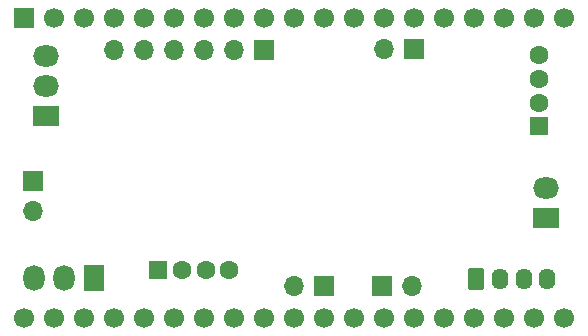
<source format=gbr>
%TF.GenerationSoftware,KiCad,Pcbnew,7.0.11-2.fc39*%
%TF.CreationDate,2024-04-04T23:01:03+02:00*%
%TF.ProjectId,WifiCAN,57696669-4341-44e2-9e6b-696361645f70,rev?*%
%TF.SameCoordinates,Original*%
%TF.FileFunction,Soldermask,Bot*%
%TF.FilePolarity,Negative*%
%FSLAX46Y46*%
G04 Gerber Fmt 4.6, Leading zero omitted, Abs format (unit mm)*
G04 Created by KiCad (PCBNEW 7.0.11-2.fc39) date 2024-04-04 23:01:03*
%MOMM*%
%LPD*%
G01*
G04 APERTURE LIST*
G04 Aperture macros list*
%AMRoundRect*
0 Rectangle with rounded corners*
0 $1 Rounding radius*
0 $2 $3 $4 $5 $6 $7 $8 $9 X,Y pos of 4 corners*
0 Add a 4 corners polygon primitive as box body*
4,1,4,$2,$3,$4,$5,$6,$7,$8,$9,$2,$3,0*
0 Add four circle primitives for the rounded corners*
1,1,$1+$1,$2,$3*
1,1,$1+$1,$4,$5*
1,1,$1+$1,$6,$7*
1,1,$1+$1,$8,$9*
0 Add four rect primitives between the rounded corners*
20,1,$1+$1,$2,$3,$4,$5,0*
20,1,$1+$1,$4,$5,$6,$7,0*
20,1,$1+$1,$6,$7,$8,$9,0*
20,1,$1+$1,$8,$9,$2,$3,0*%
G04 Aperture macros list end*
%ADD10R,1.700000X1.700000*%
%ADD11O,1.700000X1.700000*%
%ADD12R,2.200000X1.800000*%
%ADD13O,2.200000X1.800000*%
%ADD14R,1.600000X1.600000*%
%ADD15C,1.600000*%
%ADD16R,1.800000X2.200000*%
%ADD17O,1.800000X2.200000*%
%ADD18O,1.404000X1.804000*%
%ADD19RoundRect,0.102000X-0.600000X-0.800000X0.600000X-0.800000X0.600000X0.800000X-0.600000X0.800000X0*%
%ADD20C,1.700000*%
G04 APERTURE END LIST*
D10*
%TO.C,J8*%
X109657700Y-107363600D03*
D11*
X109657700Y-109903600D03*
%TD*%
D10*
%TO.C,J7*%
X139217700Y-116263600D03*
D11*
X141757700Y-116263600D03*
%TD*%
D10*
%TO.C,J11*%
X141857700Y-96163600D03*
D11*
X139317700Y-96163600D03*
%TD*%
%TO.C,J1*%
X116497700Y-96263600D03*
X119037700Y-96263600D03*
X121577700Y-96263600D03*
X124117700Y-96263600D03*
X126657700Y-96263600D03*
D10*
X129197700Y-96263600D03*
%TD*%
D12*
%TO.C,J10*%
X110757700Y-101843600D03*
D13*
X110757700Y-99303600D03*
X110757700Y-96763600D03*
%TD*%
D14*
%TO.C,J3*%
X120257700Y-114863600D03*
D15*
X122257700Y-114863600D03*
X124257700Y-114863600D03*
X126257700Y-114863600D03*
%TD*%
D11*
%TO.C,J9*%
X131717700Y-116263600D03*
D10*
X134257700Y-116263600D03*
%TD*%
D13*
%TO.C,J5*%
X153076635Y-107966100D03*
D12*
X153076635Y-110506100D03*
%TD*%
D16*
%TO.C,J6*%
X114757700Y-115563600D03*
D17*
X112217700Y-115563600D03*
X109677700Y-115563600D03*
%TD*%
D18*
%TO.C,J4*%
X153176635Y-115628808D03*
X151176635Y-115628808D03*
X149176635Y-115628808D03*
D19*
X147176635Y-115628808D03*
%TD*%
D15*
%TO.C,J2*%
X152457700Y-96701100D03*
X152457700Y-98701100D03*
X152457700Y-100701100D03*
D14*
X152457700Y-102701100D03*
%TD*%
D20*
%TO.C,U2*%
X154596635Y-118928808D03*
X152056635Y-118928808D03*
X149516635Y-118928808D03*
X146976635Y-118928808D03*
X144436635Y-118928808D03*
X141896635Y-118928808D03*
X139356635Y-118928808D03*
X136816635Y-118928808D03*
X134276635Y-118928808D03*
X131736635Y-118928808D03*
X129196635Y-118928808D03*
X126656635Y-118928808D03*
X124116635Y-118928808D03*
X121576635Y-118928808D03*
X119036635Y-118928808D03*
X116496635Y-118928808D03*
X113956635Y-118928808D03*
X111416635Y-118928808D03*
X108876635Y-118928808D03*
X154596635Y-93528808D03*
X152056635Y-93528808D03*
X149516635Y-93528808D03*
X146976635Y-93528808D03*
X144436635Y-93528808D03*
X141896635Y-93528808D03*
X139356635Y-93528808D03*
X136816635Y-93528808D03*
X134276635Y-93528808D03*
X131736635Y-93528808D03*
X129196635Y-93528808D03*
X126656635Y-93528808D03*
X124116635Y-93528808D03*
X121576635Y-93528808D03*
X119036635Y-93528808D03*
X116496635Y-93528808D03*
X113956635Y-93528808D03*
X111416635Y-93528808D03*
D10*
X108876635Y-93528808D03*
%TD*%
M02*

</source>
